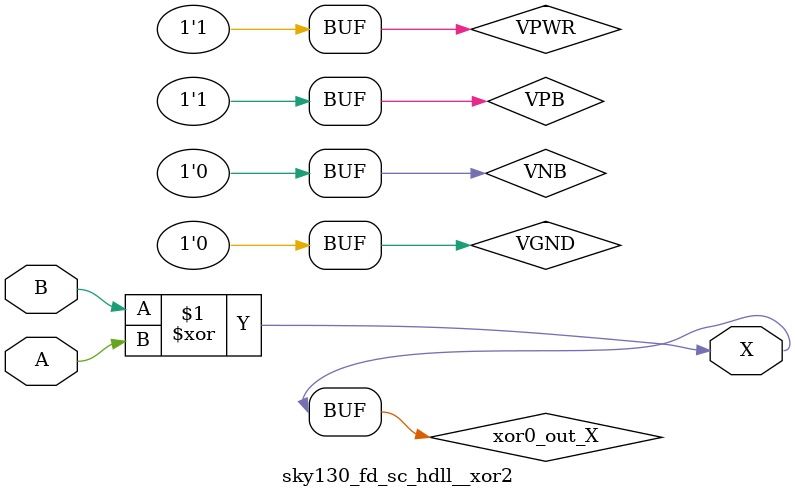
<source format=v>
/*
 * Copyright 2020 The SkyWater PDK Authors
 *
 * Licensed under the Apache License, Version 2.0 (the "License");
 * you may not use this file except in compliance with the License.
 * You may obtain a copy of the License at
 *
 *     https://www.apache.org/licenses/LICENSE-2.0
 *
 * Unless required by applicable law or agreed to in writing, software
 * distributed under the License is distributed on an "AS IS" BASIS,
 * WITHOUT WARRANTIES OR CONDITIONS OF ANY KIND, either express or implied.
 * See the License for the specific language governing permissions and
 * limitations under the License.
 *
 * SPDX-License-Identifier: Apache-2.0
*/


`ifndef SKY130_FD_SC_HDLL__XOR2_TIMING_V
`define SKY130_FD_SC_HDLL__XOR2_TIMING_V

/**
 * xor2: 2-input exclusive OR.
 *
 *       X = A ^ B
 *
 * Verilog simulation timing model.
 */

`timescale 1ns / 1ps
`default_nettype none

`celldefine
module sky130_fd_sc_hdll__xor2 (
    X,
    A,
    B
);

    // Module ports
    output X;
    input  A;
    input  B;

    // Module supplies
    supply1 VPWR;
    supply0 VGND;
    supply1 VPB ;
    supply0 VNB ;

    // Local signals
    wire xor0_out_X;

    //  Name  Output      Other arguments
    xor xor0 (xor0_out_X, B, A           );
    buf buf0 (X         , xor0_out_X     );

endmodule
`endcelldefine

`default_nettype wire
`endif  // SKY130_FD_SC_HDLL__XOR2_TIMING_V

</source>
